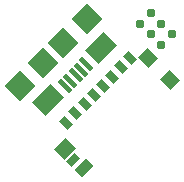
<source format=gbp>
G04*
G04 #@! TF.GenerationSoftware,Altium Limited,Altium Designer,20.0.13 (296)*
G04*
G04 Layer_Color=128*
%FSLAX25Y25*%
%MOIN*%
G70*
G01*
G75*
G04:AMPARAMS|DCode=50|XSize=39.37mil|YSize=27.56mil|CornerRadius=0mil|HoleSize=0mil|Usage=FLASHONLY|Rotation=135.000|XOffset=0mil|YOffset=0mil|HoleType=Round|Shape=Rectangle|*
%AMROTATEDRECTD50*
4,1,4,0.02366,-0.00418,0.00418,-0.02366,-0.02366,0.00418,-0.00418,0.02366,0.02366,-0.00418,0.0*
%
%ADD50ROTATEDRECTD50*%

G04:AMPARAMS|DCode=51|XSize=47.24mil|YSize=45.28mil|CornerRadius=0mil|HoleSize=0mil|Usage=FLASHONLY|Rotation=135.000|XOffset=0mil|YOffset=0mil|HoleType=Round|Shape=Rectangle|*
%AMROTATEDRECTD51*
4,1,4,0.03271,-0.00070,0.00070,-0.03271,-0.03271,0.00070,-0.00070,0.03271,0.03271,-0.00070,0.0*
%
%ADD51ROTATEDRECTD51*%

G04:AMPARAMS|DCode=52|XSize=55.12mil|YSize=47.24mil|CornerRadius=0mil|HoleSize=0mil|Usage=FLASHONLY|Rotation=225.000|XOffset=0mil|YOffset=0mil|HoleType=Round|Shape=Rectangle|*
%AMROTATEDRECTD52*
4,1,4,0.00278,0.03619,0.03619,0.00278,-0.00278,-0.03619,-0.03619,-0.00278,0.00278,0.03619,0.0*
%
%ADD52ROTATEDRECTD52*%

G04:AMPARAMS|DCode=53|XSize=39.37mil|YSize=27.56mil|CornerRadius=0mil|HoleSize=0mil|Usage=FLASHONLY|Rotation=225.000|XOffset=0mil|YOffset=0mil|HoleType=Round|Shape=Rectangle|*
%AMROTATEDRECTD53*
4,1,4,0.00418,0.02366,0.02366,0.00418,-0.00418,-0.02366,-0.02366,-0.00418,0.00418,0.02366,0.0*
%
%ADD53ROTATEDRECTD53*%

G04:AMPARAMS|DCode=54|XSize=55.12mil|YSize=35.43mil|CornerRadius=0mil|HoleSize=0mil|Usage=FLASHONLY|Rotation=225.000|XOffset=0mil|YOffset=0mil|HoleType=Round|Shape=Rectangle|*
%AMROTATEDRECTD54*
4,1,4,0.00696,0.03202,0.03202,0.00696,-0.00696,-0.03202,-0.03202,-0.00696,0.00696,0.03202,0.0*
%
%ADD54ROTATEDRECTD54*%

%ADD55C,0.03098*%
G04:AMPARAMS|DCode=56|XSize=53.15mil|YSize=15.75mil|CornerRadius=0mil|HoleSize=0mil|Usage=FLASHONLY|Rotation=315.000|XOffset=0mil|YOffset=0mil|HoleType=Round|Shape=Rectangle|*
%AMROTATEDRECTD56*
4,1,4,-0.02436,0.01322,-0.01322,0.02436,0.02436,-0.01322,0.01322,-0.02436,-0.02436,0.01322,0.0*
%
%ADD56ROTATEDRECTD56*%

G04:AMPARAMS|DCode=57|XSize=86.61mil|YSize=62.99mil|CornerRadius=0mil|HoleSize=0mil|Usage=FLASHONLY|Rotation=45.000|XOffset=0mil|YOffset=0mil|HoleType=Round|Shape=Rectangle|*
%AMROTATEDRECTD57*
4,1,4,-0.00835,-0.05289,-0.05289,-0.00835,0.00835,0.05289,0.05289,0.00835,-0.00835,-0.05289,0.0*
%
%ADD57ROTATEDRECTD57*%

G04:AMPARAMS|DCode=58|XSize=74.8mil|YSize=70.87mil|CornerRadius=0mil|HoleSize=0mil|Usage=FLASHONLY|Rotation=315.000|XOffset=0mil|YOffset=0mil|HoleType=Round|Shape=Rectangle|*
%AMROTATEDRECTD58*
4,1,4,-0.05150,0.00139,-0.00139,0.05150,0.05150,-0.00139,0.00139,-0.05150,-0.05150,0.00139,0.0*
%
%ADD58ROTATEDRECTD58*%

%ADD59P,0.10579X4X360.0*%
D50*
X21778Y19056D02*
D03*
X24840Y22119D02*
D03*
X27903Y25181D02*
D03*
X30965Y28243D02*
D03*
X34027Y31306D02*
D03*
X37089Y34368D02*
D03*
X40152Y37430D02*
D03*
X43214Y40492D02*
D03*
D51*
X49130Y40562D02*
D03*
X56340Y33352D02*
D03*
D52*
X21333Y10315D02*
D03*
D53*
X23977Y6557D02*
D03*
D54*
X27735Y3912D02*
D03*
D55*
X53535Y44965D02*
D03*
X57071Y48500D02*
D03*
X50000D02*
D03*
X53535Y52035D02*
D03*
X46464D02*
D03*
X50000Y55571D02*
D03*
D56*
X21309Y31275D02*
D03*
X23119Y33084D02*
D03*
X24929Y34894D02*
D03*
X26738Y36703D02*
D03*
X28548Y38513D02*
D03*
D57*
X15811Y26472D02*
D03*
X33350Y44011D02*
D03*
D58*
X6346Y31205D02*
D03*
X28617Y53476D02*
D03*
D59*
X14141Y39000D02*
D03*
X20822Y45681D02*
D03*
M02*

</source>
